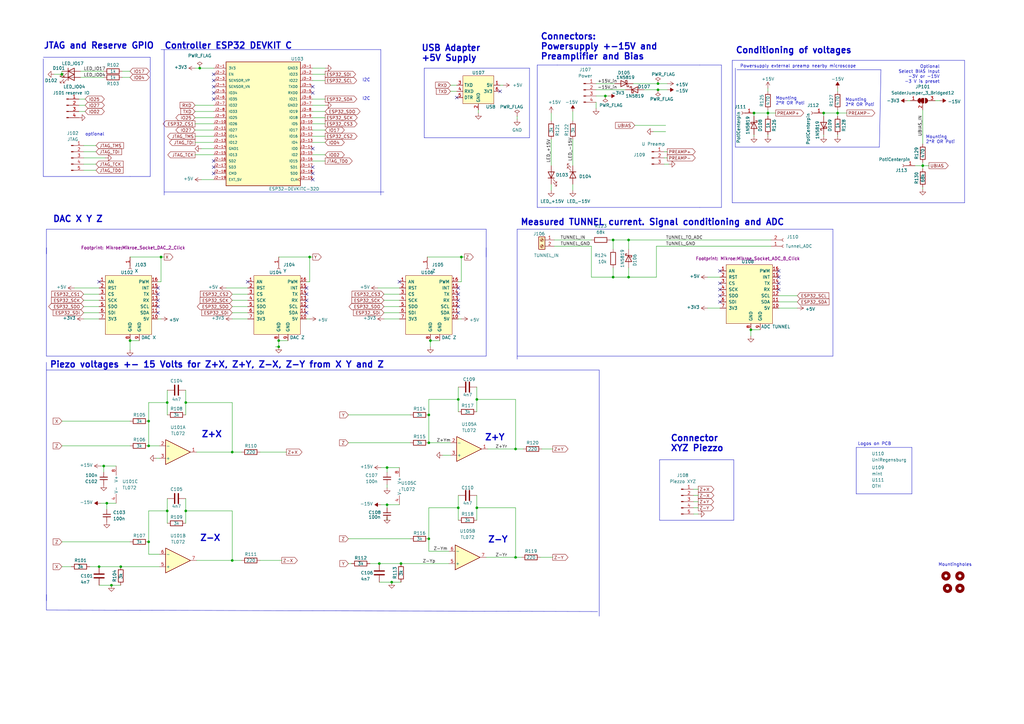
<source format=kicad_sch>
(kicad_sch (version 20230121) (generator eeschema)
  (paper "A3")
  (title_block (title "RTM Adapterboard") (date "2023-02-27") (rev "2.3") (company "Universität Regensburg") (comment 1 "Peter Dirnhofer"))
  (junction (at 175.895 181.61))
  (junction (at 378.46 67.945))
  (junction (at 195.58 163.83))
  (junction (at 187.96 163.83))
  (junction (at 187.96 208.28))
  (junction (at 176.53 139.7))
  (junction (at 248.285 39.37))
  (junction (at 49.53 232.41))
  (junction (at 43.815 206.375))
  (junction (at 158.75 191.77))
  (junction (at 66.04 105.41))
  (junction (at 95.25 185.42))
  (junction (at 40.64 232.41))
  (junction (at 337.82 46.355))
  (junction (at 251.46 98.425))
  (junction (at 195.58 208.28))
  (junction (at 42.545 191.135))
  (junction (at 25.4 30.48))
  (junction (at 211.455 228.6))
  (junction (at 257.81 98.425))
  (junction (at 314.96 46.355))
  (junction (at 309.245 46.355))
  (junction (at 164.465 231.14))
  (junction (at 257.81 113.665))
  (junction (at 60.96 182.88))
  (junction (at 76.2 165.1))
  (junction (at 189.23 105.41))
  (junction (at 81.915 27.94))
  (junction (at 307.975 135.255))
  (junction (at 343.535 46.355))
  (junction (at 76.2 209.55))
  (junction (at 114.3 142.24))
  (junction (at 251.46 113.665))
  (junction (at 95.25 229.87))
  (junction (at 114.3 139.7))
  (junction (at 211.455 184.15))
  (junction (at 68.58 165.1))
  (junction (at 127 105.41))
  (junction (at 60.96 222.25))
  (junction (at 158.75 207.01))
  (junction (at 53.34 139.7))
  (junction (at 269.875 34.29))
  (junction (at 269.875 36.83))
  (junction (at 175.895 170.18))
  (junction (at 45.72 240.03))
  (junction (at 68.58 209.55))
  (junction (at 60.96 172.72))
  (junction (at 175.895 220.98))
  (junction (at 160.655 238.76))
  (junction (at 155.575 231.14))
  (no_connect (at 87.63 33.02))
  (no_connect (at 40.64 115.57))
  (no_connect (at 128.27 73.66))
  (no_connect (at 128.27 35.56))
  (no_connect (at 125.73 118.11))
  (no_connect (at 128.27 60.96))
  (no_connect (at 295.275 111.125))
  (no_connect (at 187.96 118.11))
  (no_connect (at 187.325 40.005))
  (no_connect (at 319.405 113.665))
  (no_connect (at 87.63 71.12))
  (no_connect (at 319.405 118.745))
  (no_connect (at 125.73 123.19))
  (no_connect (at 87.63 40.64))
  (no_connect (at 295.275 123.825))
  (no_connect (at 319.405 111.125))
  (no_connect (at 64.77 125.73))
  (no_connect (at 187.96 125.73))
  (no_connect (at 64.77 123.19))
  (no_connect (at 87.63 68.58))
  (no_connect (at 64.77 120.65))
  (no_connect (at 128.27 38.1))
  (no_connect (at 87.63 35.56))
  (no_connect (at 319.405 116.205))
  (no_connect (at 187.96 120.65))
  (no_connect (at 205.105 37.465))
  (no_connect (at 295.275 116.205))
  (no_connect (at 295.275 121.285))
  (no_connect (at 87.63 30.48))
  (no_connect (at 295.275 118.745))
  (no_connect (at 128.27 71.12))
  (no_connect (at 125.73 128.27))
  (no_connect (at 187.96 123.19))
  (no_connect (at 187.96 128.27))
  (no_connect (at 163.83 115.57))
  (no_connect (at 101.6 115.57))
  (no_connect (at 125.73 125.73))
  (no_connect (at 64.77 128.27))
  (no_connect (at 64.77 118.11))
  (no_connect (at 125.73 120.65))
  (no_connect (at 87.63 38.1))
  (no_connect (at 87.63 66.04))
  (no_connect (at 128.27 68.58))
  (wire (pts (xy 40.64 130.81) (xy 34.29 130.81)))
  (wire (pts (xy 80.01 50.8) (xy 87.63 50.8)))
  (wire (pts (xy 187.96 163.83) (xy 187.96 168.91)))
  (wire (pts (xy 53.34 222.25) (xy 25.4 222.25)))
  (wire (pts (xy 314.96 46.355) (xy 309.245 46.355)))
  (polyline (pts (xy 217.17 27.94) (xy 217.17 56.515)))
  (wire (pts (xy 22.225 30.48) (xy 25.4 30.48)))
  (wire (pts (xy 95.25 185.42) (xy 99.06 185.42)))
  (wire (pts (xy 57.15 139.7) (xy 53.34 139.7)))
  (wire (pts (xy 163.83 120.65) (xy 157.48 120.65)))
  (wire (pts (xy 168.275 170.18) (xy 142.875 170.18)))
  (wire (pts (xy 175.895 226.06) (xy 184.15 226.06)))
  (wire (pts (xy 226.06 57.15) (xy 226.06 67.945)))
  (polyline (pts (xy 19.05 250.19) (xy 19.05 243.84)))
  (wire (pts (xy 269.24 100.965) (xy 316.23 100.965)))
  (wire (pts (xy 43.815 206.375) (xy 43.815 208.915)))
  (wire (pts (xy 40.64 123.19) (xy 34.29 123.19)))
  (wire (pts (xy 128.27 45.72) (xy 133.35 45.72)))
  (wire (pts (xy 337.82 46.355) (xy 343.535 46.355)))
  (polyline (pts (xy 173.99 27.94) (xy 173.99 56.515)))
  (wire (pts (xy 95.25 209.55) (xy 76.2 209.55)))
  (polyline (pts (xy 300.99 188.595) (xy 270.51 188.595)))
  (wire (pts (xy 234.95 57.15) (xy 234.95 67.945)))
  (wire (pts (xy 259.715 34.29) (xy 269.875 34.29)))
  (wire (pts (xy 114.3 139.7) (xy 114.3 142.24)))
  (wire (pts (xy 212.09 48.895) (xy 212.09 47.625)))
  (wire (pts (xy 284.48 203.2) (xy 286.385 203.2)))
  (wire (pts (xy 128.27 50.8) (xy 133.35 50.8)))
  (wire (pts (xy 168.275 220.98) (xy 142.875 220.98)))
  (wire (pts (xy 269.24 100.965) (xy 269.24 113.665)))
  (wire (pts (xy 40.64 232.41) (xy 36.83 232.41)))
  (polyline (pts (xy 351.155 202.565) (xy 374.015 202.565)))
  (wire (pts (xy 211.455 228.6) (xy 213.995 228.6)))
  (wire (pts (xy 187.325 37.465) (xy 184.785 37.465)))
  (wire (pts (xy 257.81 113.665) (xy 251.46 113.665)))
  (wire (pts (xy 76.2 160.02) (xy 76.2 165.1)))
  (wire (pts (xy 87.63 63.5) (xy 80.01 63.5)))
  (wire (pts (xy 250.19 98.425) (xy 251.46 98.425)))
  (wire (pts (xy 30.48 118.11) (xy 40.64 118.11)))
  (wire (pts (xy 128.27 30.48) (xy 133.35 30.48)))
  (wire (pts (xy 106.68 185.42) (xy 117.475 185.42)))
  (wire (pts (xy 101.6 120.65) (xy 95.25 120.65)))
  (wire (pts (xy 158.75 191.77) (xy 163.83 191.77)))
  (wire (pts (xy 319.405 126.365) (xy 327.025 126.365)))
  (polyline (pts (xy 228.6 26.67) (xy 220.345 26.67)))
  (wire (pts (xy 164.465 231.14) (xy 155.575 231.14)))
  (wire (pts (xy 244.475 39.37) (xy 248.285 39.37)))
  (wire (pts (xy 314.96 47.625) (xy 314.96 46.355)))
  (wire (pts (xy 242.57 100.965) (xy 242.57 113.665)))
  (polyline (pts (xy 270.51 188.595) (xy 270.51 213.36)))
  (wire (pts (xy 66.04 105.41) (xy 66.04 115.57)))
  (wire (pts (xy 154.94 118.11) (xy 163.83 118.11)))
  (wire (pts (xy 295.275 126.365) (xy 290.195 126.365)))
  (wire (pts (xy 68.58 204.47) (xy 68.58 209.55)))
  (polyline (pts (xy 156.21 20.32) (xy 156.21 80.01)))
  (wire (pts (xy 378.46 69.215) (xy 378.46 67.945)))
  (wire (pts (xy 200.025 184.15) (xy 211.455 184.15)))
  (wire (pts (xy 257.81 113.665) (xy 257.81 109.855)))
  (wire (pts (xy 195.58 158.75) (xy 195.58 163.83)))
  (polyline (pts (xy 360.68 60.325) (xy 301.625 60.325)))
  (wire (pts (xy 106.68 229.87) (xy 115.57 229.87)))
  (wire (pts (xy 60.96 227.33) (xy 65.405 227.33)))
  (wire (pts (xy 42.545 193.675) (xy 42.545 191.135)))
  (polyline (pts (xy 67.31 20.32) (xy 67.31 80.01)))
  (polyline (pts (xy 19.05 93.98) (xy 19.05 104.14)))
  (wire (pts (xy 187.325 34.925) (xy 184.785 34.925)))
  (wire (pts (xy 226.06 46.355) (xy 226.06 49.53)))
  (polyline (pts (xy 19.05 146.05) (xy 199.39 146.05)))
  (wire (pts (xy 211.455 184.15) (xy 214.63 184.15)))
  (polyline (pts (xy 395.605 24.765) (xy 395.605 83.185)))
  (wire (pts (xy 80.01 53.34) (xy 87.63 53.34)))
  (wire (pts (xy 127 105.41) (xy 127 115.57)))
  (wire (pts (xy 337.82 46.355) (xy 337.82 47.625)))
  (wire (pts (xy 251.46 102.235) (xy 251.46 98.425)))
  (wire (pts (xy 60.96 182.88) (xy 65.405 182.88)))
  (wire (pts (xy 128.27 63.5) (xy 133.35 63.5)))
  (wire (pts (xy 319.405 121.285) (xy 327.025 121.285)))
  (wire (pts (xy 273.685 64.77) (xy 272.415 64.77)))
  (wire (pts (xy 378.46 67.945) (xy 375.285 67.945)))
  (wire (pts (xy 92.71 118.11) (xy 101.6 118.11)))
  (wire (pts (xy 156.21 207.01) (xy 158.75 207.01)))
  (polyline (pts (xy 17.78 23.495) (xy 61.595 23.495)))
  (wire (pts (xy 164.465 231.14) (xy 184.15 231.14)))
  (polyline (pts (xy 19.05 93.98) (xy 199.39 93.98)))
  (wire (pts (xy 34.925 45.72) (xy 32.385 45.72)))
  (wire (pts (xy 269.875 34.29) (xy 273.685 34.29)))
  (wire (pts (xy 128.27 66.04) (xy 133.35 66.04)))
  (wire (pts (xy 195.58 163.83) (xy 211.455 163.83)))
  (wire (pts (xy 33.02 31.75) (xy 42.545 31.75)))
  (wire (pts (xy 82.55 60.96) (xy 87.63 60.96)))
  (wire (pts (xy 343.535 46.355) (xy 347.345 46.355)))
  (wire (pts (xy 195.58 208.28) (xy 195.58 213.36)))
  (wire (pts (xy 314.96 46.355) (xy 318.135 46.355)))
  (wire (pts (xy 40.64 120.65) (xy 34.29 120.65)))
  (wire (pts (xy 114.3 105.41) (xy 127 105.41)))
  (wire (pts (xy 196.215 45.085) (xy 196.215 46.355)))
  (wire (pts (xy 82.55 73.66) (xy 87.63 73.66)))
  (wire (pts (xy 227.33 98.425) (xy 242.57 98.425)))
  (wire (pts (xy 158.75 208.28) (xy 158.75 207.01)))
  (wire (pts (xy 29.21 232.41) (xy 25.4 232.41)))
  (wire (pts (xy 383.54 41.275) (xy 385.445 41.275)))
  (wire (pts (xy 175.895 220.98) (xy 175.895 226.06)))
  (polyline (pts (xy 66.04 20.32) (xy 156.21 20.32)))
  (polyline (pts (xy 199.39 93.98) (xy 199.39 105.41)))
  (polyline (pts (xy 61.595 23.495) (xy 61.595 72.39)))
  (wire (pts (xy 158.75 207.01) (xy 163.83 207.01)))
  (polyline (pts (xy 228.6 26.67) (xy 287.02 26.67)))
  (wire (pts (xy 80.01 45.72) (xy 87.63 45.72)))
  (wire (pts (xy 49.53 232.41) (xy 65.405 232.41)))
  (wire (pts (xy 378.46 67.945) (xy 381 67.945)))
  (wire (pts (xy 251.46 109.855) (xy 251.46 113.665)))
  (wire (pts (xy 175.895 163.83) (xy 175.895 170.18)))
  (wire (pts (xy 128.27 48.26) (xy 133.35 48.26)))
  (wire (pts (xy 43.815 206.375) (xy 47.625 206.375)))
  (wire (pts (xy 309.245 46.355) (xy 309.245 47.625)))
  (wire (pts (xy 221.615 228.6) (xy 226.695 228.6)))
  (wire (pts (xy 40.64 128.27) (xy 34.29 128.27)))
  (polyline (pts (xy 19.05 146.05) (xy 19.05 101.6)))
  (wire (pts (xy 128.27 55.88) (xy 133.35 55.88)))
  (wire (pts (xy 42.545 191.135) (xy 47.625 191.135)))
  (wire (pts (xy 68.58 209.55) (xy 60.96 209.55)))
  (wire (pts (xy 156.21 191.77) (xy 158.75 191.77)))
  (wire (pts (xy 273.685 62.23) (xy 272.415 62.23)))
  (wire (pts (xy 60.96 172.72) (xy 60.96 182.88)))
  (polyline (pts (xy 19.05 151.765) (xy 245.745 151.765)))
  (wire (pts (xy 284.48 210.82) (xy 286.385 210.82)))
  (wire (pts (xy 176.53 139.7) (xy 176.53 142.24)))
  (wire (pts (xy 125.73 130.81) (xy 127 130.81)))
  (wire (pts (xy 95.25 125.73) (xy 101.6 125.73)))
  (wire (pts (xy 25.4 172.72) (xy 53.34 172.72)))
  (polyline (pts (xy 17.78 24.13) (xy 17.78 72.39)))
  (polyline (pts (xy 217.17 56.515) (xy 173.99 56.515)))
  (wire (pts (xy 76.2 165.1) (xy 95.25 165.1)))
  (wire (pts (xy 60.96 209.55) (xy 60.96 222.25)))
  (wire (pts (xy 257.81 98.425) (xy 316.23 98.425)))
  (wire (pts (xy 34.29 59.69) (xy 39.37 59.69)))
  (wire (pts (xy 337.82 55.245) (xy 337.82 55.88)))
  (polyline (pts (xy 300.355 24.765) (xy 395.605 24.765)))
  (wire (pts (xy 49.53 232.41) (xy 40.64 232.41)))
  (wire (pts (xy 101.6 128.27) (xy 95.25 128.27)))
  (wire (pts (xy 189.23 105.41) (xy 189.23 115.57)))
  (wire (pts (xy 80.645 229.87) (xy 95.25 229.87)))
  (wire (pts (xy 264.16 36.83) (xy 269.875 36.83)))
  (polyline (pts (xy 361.315 28.575) (xy 360.68 60.325)))
  (wire (pts (xy 234.95 45.72) (xy 234.95 49.53)))
  (wire (pts (xy 60.96 165.1) (xy 60.96 172.72)))
  (wire (pts (xy 257.81 113.665) (xy 269.24 113.665)))
  (wire (pts (xy 158.75 198.755) (xy 158.75 200.025)))
  (polyline (pts (xy 245.745 151.765) (xy 245.745 252.73)))
  (wire (pts (xy 187.96 163.83) (xy 175.895 163.83)))
  (wire (pts (xy 53.34 105.41) (xy 66.04 105.41)))
  (wire (pts (xy 113.03 142.24) (xy 114.3 142.24)))
  (wire (pts (xy 128.27 40.64) (xy 133.35 40.64)))
  (wire (pts (xy 34.29 67.31) (xy 39.37 67.31)))
  (wire (pts (xy 187.96 203.2) (xy 187.96 208.28)))
  (wire (pts (xy 87.63 58.42) (xy 80.01 58.42)))
  (wire (pts (xy 175.895 181.61) (xy 184.785 181.61)))
  (wire (pts (xy 101.6 130.81) (xy 95.25 130.81)))
  (wire (pts (xy 181.61 186.69) (xy 184.785 186.69)))
  (wire (pts (xy 195.58 163.83) (xy 195.58 168.91)))
  (polyline (pts (xy 173.99 27.94) (xy 217.17 27.94)))
  (wire (pts (xy 127 105.41) (xy 128.27 105.41)))
  (polyline (pts (xy 341.63 93.98) (xy 341.63 146.05)))
  (wire (pts (xy 267.97 53.975) (xy 273.05 53.975)))
  (polyline (pts (xy 351.155 202.565) (xy 351.155 183.515)))
  (wire (pts (xy 319.405 123.825) (xy 327.025 123.825)))
  (wire (pts (xy 53.34 182.88) (xy 25.4 182.88)))
  (polyline (pts (xy 19.05 148.59) (xy 19.05 246.38)))
  (wire (pts (xy 45.72 240.03) (xy 49.53 240.03)))
  (wire (pts (xy 284.48 200.66) (xy 286.385 200.66)))
  (polyline (pts (xy 245.11 250.825) (xy 19.05 250.19)))
  (wire (pts (xy 95.25 165.1) (xy 95.25 185.42)))
  (polyline (pts (xy 302.26 28.575) (xy 361.315 28.575)))
  (wire (pts (xy 260.35 51.435) (xy 273.05 51.435)))
  (wire (pts (xy 244.475 34.29) (xy 252.095 34.29)))
  (wire (pts (xy 68.58 165.1) (xy 60.96 165.1)))
  (polyline (pts (xy 212.09 93.98) (xy 212.09 147.32)))
  (polyline (pts (xy 395.605 83.185) (xy 300.355 83.185)))
  (wire (pts (xy 175.26 105.41) (xy 189.23 105.41)))
  (wire (pts (xy 180.34 139.7) (xy 176.53 139.7)))
  (wire (pts (xy 34.925 40.64) (xy 32.385 40.64)))
  (wire (pts (xy 127 115.57) (xy 125.73 115.57)))
  (polyline (pts (xy 67.31 78.74) (xy 157.48 78.74)))
  (wire (pts (xy 187.96 208.28) (xy 187.96 213.36)))
  (wire (pts (xy 50.165 29.21) (xy 53.34 29.21)))
  (wire (pts (xy 251.46 98.425) (xy 257.81 98.425)))
  (wire (pts (xy 175.895 170.18) (xy 175.895 181.61)))
  (wire (pts (xy 314.96 45.085) (xy 314.96 46.355)))
  (wire (pts (xy 284.48 205.74) (xy 286.385 205.74)))
  (polyline (pts (xy 220.345 85.09) (xy 220.345 26.67)))
  (wire (pts (xy 42.545 191.135) (xy 41.275 191.135)))
  (wire (pts (xy 50.165 31.75) (xy 53.34 31.75)))
  (wire (pts (xy 248.285 39.37) (xy 249.555 39.37)))
  (wire (pts (xy 226.06 75.565) (xy 226.06 78.105)))
  (wire (pts (xy 378.46 45.085) (xy 378.46 59.055)))
  (wire (pts (xy 65.405 187.96) (xy 64.135 187.96)))
  (wire (pts (xy 128.27 53.34) (xy 133.35 53.34)))
  (wire (pts (xy 128.27 33.02) (xy 133.35 33.02)))
  (wire (pts (xy 76.2 209.55) (xy 76.2 214.63)))
  (wire (pts (xy 343.535 36.195) (xy 343.535 37.465)))
  (wire (pts (xy 53.34 139.7) (xy 53.34 143.51)))
  (wire (pts (xy 114.3 139.7) (xy 118.11 139.7)))
  (polyline (pts (xy 212.09 93.98) (xy 341.63 93.98)))
  (wire (pts (xy 34.925 43.18) (xy 32.385 43.18)))
  (wire (pts (xy 343.535 46.355) (xy 343.535 47.625)))
  (wire (pts (xy 80.01 27.94) (xy 81.915 27.94)))
  (wire (pts (xy 222.25 184.15) (xy 226.695 184.15)))
  (polyline (pts (xy 17.78 72.39) (xy 53.34 72.39)))
  (wire (pts (xy 34.29 62.23) (xy 39.37 62.23)))
  (wire (pts (xy 187.96 208.28) (xy 175.895 208.28)))
  (polyline (pts (xy 300.99 188.595) (xy 300.99 213.36)))
  (wire (pts (xy 199.39 228.6) (xy 211.455 228.6)))
  (wire (pts (xy 290.195 113.665) (xy 295.275 113.665)))
  (wire (pts (xy 60.96 222.25) (xy 60.96 227.33)))
  (wire (pts (xy 244.475 36.83) (xy 256.54 36.83)))
  (wire (pts (xy 189.23 105.41) (xy 190.5 105.41)))
  (wire (pts (xy 211.455 208.28) (xy 211.455 228.6)))
  (polyline (pts (xy 199.39 101.6) (xy 199.39 146.05)))
  (wire (pts (xy 160.655 238.76) (xy 164.465 238.76)))
  (wire (pts (xy 40.64 125.73) (xy 34.29 125.73)))
  (wire (pts (xy 234.95 75.565) (xy 234.95 78.105)))
  (polyline (pts (xy 212.09 146.05) (xy 341.63 146.05)))
  (wire (pts (xy 25.4 30.48) (xy 25.4 31.75)))
  (wire (pts (xy 168.275 181.61) (xy 142.875 181.61)))
  (wire (pts (xy 40.64 240.03) (xy 45.72 240.03)))
  (wire (pts (xy 34.29 64.77) (xy 43.18 64.77)))
  (polyline (pts (xy 287.02 26.67) (xy 295.91 26.67)))
  (wire (pts (xy 81.915 27.94) (xy 87.63 27.94)))
  (wire (pts (xy 211.455 163.83) (xy 211.455 184.15)))
  (wire (pts (xy 227.33 100.965) (xy 242.57 100.965)))
  (wire (pts (xy 309.245 55.245) (xy 309.245 55.88)))
  (wire (pts (xy 128.27 27.94) (xy 133.35 27.94)))
  (wire (pts (xy 155.575 238.76) (xy 160.655 238.76)))
  (wire (pts (xy 163.83 130.81) (xy 157.48 130.81)))
  (wire (pts (xy 34.29 69.85) (xy 39.37 69.85)))
  (wire (pts (xy 378.46 76.835) (xy 378.46 77.47)))
  (wire (pts (xy 95.25 229.87) (xy 99.06 229.87)))
  (wire (pts (xy 378.46 66.675) (xy 378.46 67.945)))
  (wire (pts (xy 343.535 45.085) (xy 343.535 46.355)))
  (wire (pts (xy 163.83 128.27) (xy 157.48 128.27)))
  (wire (pts (xy 187.96 115.57) (xy 189.23 115.57)))
  (wire (pts (xy 68.58 160.02) (xy 68.58 165.1)))
  (wire (pts (xy 87.63 55.88) (xy 80.01 55.88)))
  (wire (pts (xy 284.48 208.28) (xy 286.385 208.28)))
  (polyline (pts (xy 53.34 72.39) (xy 61.595 72.39)))
  (polyline (pts (xy 300.99 213.36) (xy 270.51 213.36)))
  (wire (pts (xy 242.57 113.665) (xy 251.46 113.665)))
  (polyline (pts (xy 351.155 183.515) (xy 374.015 183.515)))
  (wire (pts (xy 187.96 130.81) (xy 189.23 130.81)))
  (wire (pts (xy 158.75 193.675) (xy 158.75 191.77)))
  (wire (pts (xy 274.32 67.31) (xy 272.415 67.31)))
  (polyline (pts (xy 301.625 27.94) (xy 301.625 60.325)))
  (wire (pts (xy 76.2 165.1) (xy 76.2 170.18)))
  (wire (pts (xy 307.975 135.255) (xy 307.975 137.795)))
  (wire (pts (xy 314.96 36.195) (xy 314.96 37.465)))
  (polyline (pts (xy 228.6 85.09) (xy 287.02 85.09)))
  (wire (pts (xy 68.58 209.55) (xy 68.58 214.63)))
  (wire (pts (xy 307.975 135.255) (xy 311.785 135.255)))
  (polyline (pts (xy 287.02 85.09) (xy 295.91 85.09)))
  (wire (pts (xy 314.96 55.88) (xy 314.96 55.245)))
  (wire (pts (xy 64.77 130.81) (xy 66.04 130.81)))
  (wire (pts (xy 372.11 41.275) (xy 373.38 41.275)))
  (wire (pts (xy 205.105 34.925) (xy 206.375 34.925)))
  (polyline (pts (xy 374.015 183.515) (xy 374.015 202.565)))
  (wire (pts (xy 163.83 123.19) (xy 157.48 123.19)))
  (wire (pts (xy 142.875 231.14) (xy 144.145 231.14)))
  (wire (pts (xy 41.275 206.375) (xy 43.815 206.375)))
  (wire (pts (xy 269.875 36.83) (xy 273.685 36.83)))
  (wire (pts (xy 76.2 204.47) (xy 76.2 209.55)))
  (polyline (pts (xy 228.6 85.09) (xy 220.345 85.09)))
  (wire (pts (xy 101.6 123.19) (xy 95.25 123.19)))
  (wire (pts (xy 187.96 158.75) (xy 187.96 163.83)))
  (polyline (pts (xy 300.355 83.185) (xy 300.355 24.765)))
  (wire (pts (xy 33.02 29.21) (xy 42.545 29.21)))
  (wire (pts (xy 68.58 165.1) (xy 68.58 170.18)))
  (wire (pts (xy 155.575 231.14) (xy 151.765 231.14)))
  (wire (pts (xy 80.645 185.42) (xy 95.25 185.42)))
  (wire (pts (xy 257.81 98.425) (xy 257.81 102.235)))
  (wire (pts (xy 128.27 58.42) (xy 133.35 58.42)))
  (wire (pts (xy 128.27 43.18) (xy 133.35 43.18)))
  (wire (pts (xy 163.83 125.73) (xy 157.48 125.73)))
  (wire (pts (xy 80.01 48.26) (xy 87.63 48.26)))
  (wire (pts (xy 175.895 208.28) (xy 175.895 220.98)))
  (wire (pts (xy 343.535 55.245) (xy 343.535 55.88)))
  (wire (pts (xy 80.01 43.18) (xy 87.63 43.18)))
  (wire (pts (xy 66.04 105.41) (xy 67.31 105.41)))
  (wire (pts (xy 158.75 213.36) (xy 158.75 212.09)))
  (wire (pts (xy 195.58 208.28) (xy 211.455 208.28)))
  (wire (pts (xy 244.475 44.45) (xy 244.475 41.91)))
  (polyline (pts (xy 295.91 26.67) (xy 295.91 85.09)))
  (wire (pts (xy 195.58 203.2) (xy 195.58 208.28)))
  (wire (pts (xy 25.4 29.21) (xy 25.4 30.48)))
  (wire (pts (xy 66.04 115.57) (xy 64.77 115.57)))
  (wire (pts (xy 95.25 209.55) (xy 95.25 229.87)))
  (text "Measured TUNNEL current. Signal conditioning and ADC " (at 213.36 92.71 0) (effects (font (size 2.54 2.54) (thickness 0.508) bold) (justify left bottom)))
  (text "Connector\nXYZ Piezzo" (at 274.955 185.42 0) (effects (font (size 2.54 2.54) (thickness 0.508) bold) (justify left bottom)))
  (text "JTAG and Reserve GPIO" (at 17.78 20.32 0) (effects (font (size 2.54 2.54) (thickness 0.508) bold) (justify left bottom)))
  (text "Mounting\n2*R OR Poti" (at 318.135 43.18 0) (effects (font (size 1.27 1.27)) (justify left bottom)))
  (text "I2C" (at 148.59 33.655 0) (effects (font (size 1.27 1.27)) (justify left bottom)))
  (text "Mounting\n2*R OR Poti" (at 346.71 43.815 0) (effects (font (size 1.27 1.27)) (justify left bottom)))
  (text "Z-Y" (at 200.025 222.885 0) (effects (font (size 2.54 2.54) (thickness 0.508) bold) (justify left bottom)))
  (text "USB Adapter \n+5V Supply" (at 172.72 25.4 0) (effects (font (size 2.54 2.54) (thickness 0.508) bold) (justify left bottom)))
  (text "optional" (at 34.925 55.88 0) (effects (font (size 1.27 1.27)) (justify left bottom)))
  (text "Connectors: \nPowersupply +-15V and \nPreamplifier and Bias" (at 221.615 24.765 0) (effects (font (size 2.54 2.54) (thickness 0.508) bold) (justify left bottom)))
  (text "Controller ESP32 DEVKIT C" (at 67.31 20.32 0) (effects (font (size 2.54 2.54) (thickness 0.508) bold) (justify left bottom)))
  (text "Mountingholes" (at 384.81 232.41 0) (effects (font (size 1.27 1.27)) (justify left bottom)))
  (text "Piezo voltages +- 15 Volts for Z+X, Z+Y, Z-X, Z-Y from X Y and Z" (at 20.32 151.13 0) (effects (font (size 2.54 2.54) (thickness 0.508) bold) (justify left bottom)))
  (text "Logos on PCB" (at 351.79 182.88 0) (effects (font (size 1.27 1.27)) (justify left bottom)))
  (text "DAC X Y Z" (at 21.59 91.44 0) (effects (font (size 2.54 2.54) (thickness 0.508) bold) (justify left bottom)))
  (text "I2C" (at 148.59 41.275 0) (effects (font (size 1.27 1.27)) (justify left bottom)))
  (text "Optional\nSelect BIAS Input\n-3V or -15V\n-3 V is preset" (at 385.445 34.29 0) (effects (font (size 1.27 1.27)) (justify right bottom)))
  (text "Z-X" (at 81.915 222.25 0) (effects (font (size 2.54 2.54) (thickness 0.508) bold) (justify left bottom)))
  (text "Powersupply external preamp nearby microscope" (at 303.53 27.94 0) (effects (font (size 1.27 1.27)) (justify left bottom)))
  (text "Mounting\n2*R OR Poti" (at 379.73 59.055 0) (effects (font (size 1.27 1.27)) (justify left bottom)))
  (text "Z+X" (at 82.55 179.705 0) (effects (font (size 2.54 2.54) (thickness 0.508) bold) (justify left bottom)))
  (text "Conditioning of voltages" (at 301.625 22.225 0) (effects (font (size 2.54 2.54) (thickness 0.508) bold) (justify left bottom)))
  (text "Z+Y\n" (at 198.755 180.975 0) (effects (font (size 2.54 2.54) (thickness 0.508) bold) (justify left bottom)))
  (label "LED_-15V" (at 234.95 66.04 90))
  (label "TUNNEL_GND" (at 273.05 100.965 0))
  (label "TUNNEL_GND" (at 229.87 100.965 0))
  (label "Z-Ym" (at 177.8 226.06 0))
  (label "Z+Yr" (at 203.2 184.15 0))
  (label "+15V_in" (at 245.11 34.29 0))
  (label "Z+Ym" (at 179.07 181.61 0))
  (label "LED_IO17" (at 34.29 29.21 0))
  (label "Z-Yr" (at 203.2 228.6 0))
  (label "LED_+15V" (at 226.06 66.675 90))
  (label "TUNNEL_IN" (at 229.87 98.425 0))
  (label "TUNNEL_TO_ADC" (at 273.05 98.425 0))
  (label "Z-Yp" (at 173.355 231.14 0))
  (label "LED_IO04" (at 34.29 31.75 0))
  (label "UBIAS_IN" (at 378.46 55.88 90))
  (label "-15V_in" (at 245.11 36.83 0))
  (global_label "Y" (shape input) (at 142.875 170.18 180) (property "Intersheetrefs" "${INTERSHEET_REFS}" (effects hide)))
  (global_label "IO02" (shape bidirectional) (at 34.925 45.72 0) (property "Intersheetrefs" "${INTERSHEET_REFS}" (effects hide)))
  (global_label "ESP32_SDI" (shape input) (at 95.25 128.27 180) (property "Intersheetrefs" "${INTERSHEET_REFS}" (effects hide)))
  (global_label "ESP32_SDO" (shape tri_state) (at 95.25 125.73 180) (property "Intersheetrefs" "${INTERSHEET_REFS}" (effects hide)))
  (global_label "JTAG_TMS" (shape input) (at 39.37 59.69 0) (property "Intersheetrefs" "${INTERSHEET_REFS}" (effects hide)))
  (global_label "Y" (shape input) (at 142.875 231.14 180) (property "Intersheetrefs" "${INTERSHEET_REFS}" (effects hide)))
  (global_label "JTAG_TDI" (shape output) (at 80.01 58.42 180) (property "Intersheetrefs" "${INTERSHEET_REFS}" (effects hide)))
  (global_label "Z" (shape output) (at 190.5 105.41 0) (property "Intersheetrefs" "${INTERSHEET_REFS}" (effects hide)))
  (global_label "ESP32_SCK" (shape output) (at 133.35 48.26 0) (property "Intersheetrefs" "${INTERSHEET_REFS}" (effects hide)))
  (global_label "Z-Y" (shape output) (at 286.385 208.28 0) (property "Intersheetrefs" "${INTERSHEET_REFS}" (effects hide)))
  (global_label "JTAG_TCK" (shape input) (at 39.37 67.31 0) (property "Intersheetrefs" "${INTERSHEET_REFS}" (effects hide)))
  (global_label "JTAG_TD0" (shape output) (at 133.35 66.04 0) (property "Intersheetrefs" "${INTERSHEET_REFS}" (effects hide)))
  (global_label "ESP32_SCK" (shape input) (at 34.29 123.19 180) (property "Intersheetrefs" "${INTERSHEET_REFS}" (effects hide)))
  (global_label "UBIAS" (shape input) (at 260.35 51.435 180) (property "Intersheetrefs" "${INTERSHEET_REFS}" (effects hide)))
  (global_label "ESP32_SCL" (shape input) (at 327.025 121.285 0) (property "Intersheetrefs" "${INTERSHEET_REFS}" (effects hide)))
  (global_label "ESP32_CS2" (shape output) (at 133.35 55.88 0) (property "Intersheetrefs" "${INTERSHEET_REFS}" (effects hide)))
  (global_label "X" (shape output) (at 67.31 105.41 0) (property "Intersheetrefs" "${INTERSHEET_REFS}" (effects hide)))
  (global_label "ESP32_SDI" (shape input) (at 157.48 128.27 180) (property "Intersheetrefs" "${INTERSHEET_REFS}" (effects hide)))
  (global_label "RXD" (shape input) (at 80.01 43.18 180) (property "Intersheetrefs" "${INTERSHEET_REFS}" (effects hide)))
  (global_label "ESP32_SDO" (shape tri_state) (at 34.29 125.73 180) (property "Intersheetrefs" "${INTERSHEET_REFS}" (effects hide)))
  (global_label "TXD" (shape input) (at 80.01 45.72 180) (property "Intersheetrefs" "${INTERSHEET_REFS}" (effects hide)))
  (global_label "Z" (shape input) (at 25.4 222.25 180) (property "Intersheetrefs" "${INTERSHEET_REFS}" (effects hide)))
  (global_label "ESP32_SDO" (shape tri_state) (at 157.48 125.73 180) (property "Intersheetrefs" "${INTERSHEET_REFS}" (effects hide)))
  (global_label "Z+Y" (shape output) (at 226.695 184.15 0) (property "Intersheetrefs" "${INTERSHEET_REFS}" (effects hide)))
  (global_label "Z" (shape input) (at 142.875 220.98 180) (property "Intersheetrefs" "${INTERSHEET_REFS}" (effects hide)))
  (global_label "UBIAS" (shape output) (at 381 67.945 0) (property "Intersheetrefs" "${INTERSHEET_REFS}" (effects hide)))
  (global_label "ESP32_CS1" (shape output) (at 80.01 50.8 180) (property "Intersheetrefs" "${INTERSHEET_REFS}" (effects hide)))
  (global_label "ESP32_CS3" (shape output) (at 133.35 50.8 0) (property "Intersheetrefs" "${INTERSHEET_REFS}" (effects hide)))
  (global_label "Z" (shape input) (at 142.875 181.61 180) (property "Intersheetrefs" "${INTERSHEET_REFS}" (effects hide)))
  (global_label "ESP32_SCK" (shape input) (at 95.25 123.19 180) (property "Intersheetrefs" "${INTERSHEET_REFS}" (effects hide)))
  (global_label "PREAMP+" (shape output) (at 273.685 62.23 0) (property "Intersheetrefs" "${INTERSHEET_REFS}" (effects hide)))
  (global_label "PREAMP+" (shape output) (at 318.135 46.355 0) (property "Intersheetrefs" "${INTERSHEET_REFS}" (effects hide)))
  (global_label "ESP32_CS2" (shape input) (at 95.25 120.65 180) (property "Intersheetrefs" "${INTERSHEET_REFS}" (effects hide)))
  (global_label "IO25" (shape bidirectional) (at 34.925 40.64 0) (property "Intersheetrefs" "${INTERSHEET_REFS}" (effects hide)))
  (global_label "Z" (shape input) (at 25.4 182.88 180) (property "Intersheetrefs" "${INTERSHEET_REFS}" (effects hide)))
  (global_label "ESP32_SDI" (shape input) (at 34.29 128.27 180) (property "Intersheetrefs" "${INTERSHEET_REFS}" (effects hide)))
  (global_label "Z-X" (shape output) (at 286.385 203.2 0) (property "Intersheetrefs" "${INTERSHEET_REFS}" (effects hide)))
  (global_label "Z+X" (shape output) (at 117.475 185.42 0) (property "Intersheetrefs" "${INTERSHEET_REFS}" (effects hide)))
  (global_label "IO27" (shape bidirectional) (at 80.01 53.34 180) (property "Intersheetrefs" "${INTERSHEET_REFS}" (effects hide)))
  (global_label "JTAG_TDI" (shape input) (at 39.37 62.23 0) (property "Intersheetrefs" "${INTERSHEET_REFS}" (effects hide)))
  (global_label "Z+Y" (shape output) (at 286.385 205.74 0) (property "Intersheetrefs" "${INTERSHEET_REFS}" (effects hide)))
  (global_label "X" (shape input) (at 25.4 172.72 180) (property "Intersheetrefs" "${INTERSHEET_REFS}" (effects hide)))
  (global_label "JTAG_TMS" (shape output) (at 80.01 55.88 180) (property "Intersheetrefs" "${INTERSHEET_REFS}" (effects hide)))
  (global_label "ESP32_SDO" (shape tri_state) (at 133.35 45.72 0) (property "Intersheetrefs" "${INTERSHEET_REFS}" (effects hide)))
  (global_label "ESP32_SCK" (shape input) (at 157.48 123.19 180) (property "Intersheetrefs" "${INTERSHEET_REFS}" (effects hide)))
  (global_label "RXD" (shape input) (at 184.785 34.925 180) (property "Intersheetrefs" "${INTERSHEET_REFS}" (effects hide)))
  (global_label "PREAMP-" (shape output) (at 347.345 46.355 0) (property "Intersheetrefs" "${INTERSHEET_REFS}" (effects hide)))
  (global_label "IO04" (shape bidirectional) (at 53.34 31.75 0) (property "Intersheetrefs" "${INTERSHEET_REFS}" (effects hide)))
  (global_label "IO25" (shape bidirectional) (at 80.01 48.26 180) (property "Intersheetrefs" "${INTERSHEET_REFS}" (effects hide)))
  (global_label "IO17" (shape bidirectional) (at 53.34 29.21 0) (property "Intersheetrefs" "${INTERSHEET_REFS}" (effects hide)))
  (global_label "ESP32_SDI" (shape output) (at 133.35 30.48 0) (property "Intersheetrefs" "${INTERSHEET_REFS}" (effects hide)))
  (global_label "JTAG_TD0" (shape input) (at 39.37 69.85 0) (property "Intersheetrefs" "${INTERSHEET_REFS}" (effects hide)))
  (global_label "ESP32_CS3" (shape input) (at 157.48 120.65 180) (property "Intersheetrefs" "${INTERSHEET_REFS}" (effects hide)))
  (global_label "ESP32_SCL" (shape output) (at 133.35 33.02 0) (property "Intersheetrefs" "${INTERSHEET_REFS}" (effects hide)))
  (global_label "TXD" (shape input) (at 184.785 37.465 180) (property "Intersheetrefs" "${INTERSHEET_REFS}" (effects hide)))
  (global_label "Y" (shape output) (at 128.27 105.41 0) (property "Intersheetrefs" "${INTERSHEET_REFS}" (effects hide)))
  (global_label "IO27" (shape bidirectional) (at 34.925 43.18 0) (property "Intersheetrefs" "${INTERSHEET_REFS}" (effects hide)))
  (global_label "IO02" (shape bidirectional) (at 133.35 63.5 0) (property "Intersheetrefs" "${INTERSHEET_REFS}" (effects hide)))
  (global_label "ESP32_CS1" (shape input) (at 34.29 120.65 180) (property "Intersheetrefs" "${INTERSHEET_REFS}" (effects hide)))
  (global_label "PREAMP-" (shape output) (at 273.685 64.77 0) (property "Intersheetrefs" "${INTERSHEET_REFS}" (effects hide)))
  (global_label "IO04" (shape bidirectional) (at 133.35 58.42 0) (property "Intersheetrefs" "${INTERSHEET_REFS}" (effects hide)))
  (global_label "JTAG_TCK" (shape output) (at 80.01 63.5 180) (property "Intersheetrefs" "${INTERSHEET_REFS}" (effects hide)))
  (global_label "Z+X" (shape output) (at 286.385 200.66 0) (property "Intersheetrefs" "${INTERSHEET_REFS}" (effects hide)))
  (global_label "Z-X" (shape output) (at 115.57 229.87 0) (property "Intersheetrefs" "${INTERSHEET_REFS}" (effects hide)))
  (global_label "Z-Y" (shape output) (at 226.695 228.6 0) (property "Intersheetrefs" "${INTERSHEET_REFS}" (effects hide)))
  (global_label "ESP32_SDA" (shape output) (at 133.35 40.64 0) (property "Intersheetrefs" "${INTERSHEET_REFS}" (effects hide)))
  (global_label "X" (shape input) (at 25.4 232.41 180) (property "Intersheetrefs" "${INTERSHEET_REFS}" (effects hide)))
  (global_label "IO17" (shape bidirectional) (at 133.35 53.34 0) (property "Intersheetrefs" "${INTERSHEET_REFS}" (effects hide)))
  (global_label "ESP32_SDA" (shape input) (at 327.025 123.825 0) (property "Intersheetrefs" "${INTERSHEET_REFS}" (effects hide)))
  (symbol (lib_id "mikroe:Mikroe-Socket") (at 53.34 118.11 0) (unit 1)
    (property "Reference" "U102" (at 52.07 111.76 0))
    (property "Value" "DAC X" (at 60.96 138.43 0))
    (property "Footprint" "Mikroe:Mikroe_Socket_DAC_2_Click" (at 54.61 101.6 0) (show_name))
  )
  (symbol (lib_id "power:GND") (at 53.34 143.51 0) (unit 1)
    (property "Reference" "#PWR0111" (effects hide))
    (property "Value" "GND" (effects hide))
  )
  (symbol (lib_id "power:+5V") (at 66.04 130.81 270) (unit 1)
    (property "Reference" "#PWR0113" (effects hide))
    (property "Value" "+5V" (at 69.2912 131.191 90) (effects (justify left)))
  )
  (symbol (lib_id "power:+3V3") (at 34.29 130.81 90) (unit 1)
    (property "Reference" "#PWR0104" (effects hide))
    (property "Value" "+3V3" (at 31.0388 130.429 90) (effects (justify left)))
  )
  (symbol (lib_id "power:GND") (at 114.3 142.24 0) (unit 1)
    (property "Reference" "#PWR0119" (effects hide))
    (property "Value" "GND" (effects hide))
  )
  (symbol (lib_id "power:+5V") (at 127 130.81 270) (unit 1)
    (property "Reference" "#PWR0120" (effects hide))
    (property "Value" "+5V" (at 130.2512 131.191 90) (effects (justify left)))
  )
  (symbol (lib_id "power:+3V3") (at 95.25 130.81 90) (unit 1)
    (property "Reference" "#PWR0118" (effects hide))
    (property "Value" "+3V3" (at 91.9988 130.429 90) (effects (justify left)))
  )
  (symbol (lib_id "mikroe:Mikroe-Socket") (at 176.53 118.11 0) (unit 1)
    (property "Reference" "U106" (at 175.26 111.76 0))
    (property "Value" "DAC Z" (at 184.15 138.43 0))
    (property "Footprint" "Mikroe:Mikroe_Socket_DAC_2_Click" (effects hide))
  )
  (symbol (lib_id "power:GND") (at 176.53 142.24 0) (unit 1)
    (property "Reference" "#PWR0130" (effects hide))
    (property "Value" "GND" (effects hide))
  )
  (symbol (lib_id "power:+5V") (at 189.23 130.81 270) (unit 1)
    (property "Reference" "#PWR0132" (effects hide))
    (property "Value" "+5V" (at 192.4812 131.191 90) (effects (justify left)))
  )
  (symbol (lib_id "power:+3V3") (at 157.48 130.81 90) (unit 1)
    (property "Reference" "#PWR0126" (effects hide))
    (property "Value" "+3V3" (at 154.2288 130.429 90) (effects (justify left)))
  )
  (symbol (lib_id "mikroe:Mikroe-Socket") (at 307.975 113.665 0) (unit 1)
    (property "Reference" "U108" (at 306.705 107.315 0))
    (property "Value" "ADC TUNNEL" (at 318.135 133.985 0))
    (property "Footprint" "Mikroe:Mikroe_Socket_ADC_8_Click" (at 306.705 106.045 0) (show_name))
  )
  (symbol (lib_id "power:GND") (at 307.975 137.795 0) (unit 1)
    (property "Reference" "#PWR0149" (effects hide))
    (property "Value" "GND" (effects hide))
  )
  (symbol (lib_id "power:+5V") (at 327.025 126.365 270) (unit 1)
    (property "Reference" "#PWR0153" (effects hide))
    (property "Value" "+5V" (at 330.2762 126.746 90) (effects (justify left)))
  )
  (symbol (lib_id "power:+3V3") (at 290.195 126.365 90) (unit 1)
    (property "Reference" "#PWR0148" (effects hide))
    (property "Value" "+3V3" (at 286.9438 125.984 90) (effects (justify left)))
  )
  (symbol (lib_id "power:+3V3") (at 80.01 27.94 90) (unit 1)
    (property "Reference" "#PWR0114" (effects hide))
    (property "Value" "+3V3" (at 76.7588 27.559 90) (effects (justify left)))
  )
  (symbol (lib_id "power:+15V") (at 41.275 191.135 90) (unit 1)
    (property "Reference" "#PWR0105" (effects hide))
    (property "Value" "+15V" (at 38.0238 190.754 90) (effects (justify left)))
  )
  (symbol (lib_id "power:-15V") (at 41.275 206.375 90) (unit 1)
    (property "Reference" "#PWR0106" (effects hide))
    (property "Value" "-15V" (at 38.0238 205.994 90) (effects (justify left)))
  )
  (symbol (lib_id "Device:R") (at 102.87 185.42 270) (unit 1)
    (property "Reference" "R110" (at 102.87 182.88 90))
    (property "Value" "220" (at 102.87 185.42 90))
    (property "Footprint" "Resistor_THT:R_Axial_DIN0207_L6.3mm_D2.5mm_P10.16mm_Horizontal" (effects hide))
  )
  (symbol (lib_id "Device:R") (at 72.39 170.18 270) (unit 1)
    (property "Reference" "R108" (at 72.39 167.64 90))
    (property "Value" "3k" (at 72.39 170.18 90))
    (property "Footprint" "Resistor_THT:R_Axial_DIN0207_L6.3mm_D2.5mm_P10.16mm_Horizontal" (effects hide))
  )
  (symbol (lib_id "Device:C") (at 72.39 160.02 270) (unit 1)
    (property "Reference" "C104" (at 72.39 156.21 90))
    (property "Value" "4n7" (at 72.39 163.83 90))
    (property "Footprint" "Capacitor_THT:C_Disc_D5.0mm_W2.5mm_P2.50mm" (effects hide))
  )
  (symbol (lib_id "power:GND") (at 42.545 198.755 0) (unit 1)
    (property "Reference" "#PWR0107" (effects hide))
    (property "Value" "GND" (effects hide))
  )
  (symbol (lib_id "power:GND") (at 43.815 213.995 0) (unit 1)
    (property "Reference" "#PWR0109" (effects hide))
    (property "Value" "GND" (effects hide))
  )
  (symbol (lib_id "Device:R") (at 57.15 182.88 270) (unit 1)
    (property "Reference" "R106" (at 57.15 180.34 90))
    (property "Value" "3k" (at 57.15 182.88 90))
    (property "Footprint" "Resistor_THT:R_Axial_DIN0207_L6.3mm_D2.5mm_P10.16mm_Horizontal" (effects hide))
  )
  (symbol (lib_id "power:+15V") (at 156.21 191.77 90) (unit 1)
    (property "Reference" "#PWR0124" (effects hide))
    (property "Value" "+15V" (at 152.9588 191.389 90) (effects (justify left)))
  )
  (symbol (lib_id "power:-15V") (at 156.21 207.01 90) (unit 1)
    (property "Reference" "#PWR0125" (effects hide))
    (property "Value" "-15V" (at 152.9588 206.629 90) (effects (justify left)))
  )
  (symbol (lib_id "Device:R") (at 191.77 168.91 270) (unit 1)
    (property "Reference" "R117" (at 191.77 166.37 90))
    (property "Value" "3k" (at 191.77 168.91 90))
    (property "Footprint" "Resistor_THT:R_Axial_DIN0207_L6.3mm_D2.5mm_P10.16mm_Horizontal" (effects hide))
  )
  (symbol (lib_id "Device:C") (at 191.77 158.75 270) (unit 1)
    (property "Reference" "C109" (at 192.405 155.575 90))
    (property "Value" "4n7" (at 191.77 161.925 90))
    (property "Footprint" "Capacitor_THT:C_Disc_D5.0mm_W2.5mm_P2.50mm" (effects hide))
  )
  (symbol (lib_id "power:GND") (at 158.75 200.025 0) (unit 1)
    (property "Reference" "#PWR0127" (effects hide))
    (property "Value" "GND" (effects hide))
  )
  (symbol (lib_id "power:GND") (at 158.75 212.09 0) (unit 1)
    (property "Reference" "#PWR0128" (effects hide))
    (property "Value" "GND" (effects hide))
  )
  (symbol (lib_id "Device:R") (at 172.085 181.61 270) (unit 1)
    (property "Reference" "R115" (at 172.085 179.07 90))
    (property "Value" "3k" (at 172.085 181.61 90))
    (property "Footprint" "Resistor_THT:R_Axial_DIN0207_L6.3mm_D2.5mm_P10.16mm_Horizontal" (effects hide))
  )
  (symbol (lib_id "Device:R") (at 218.44 184.15 270) (unit 1)
    (property "Reference" "R120" (at 218.44 181.61 90))
    (property "Value" "220" (at 218.44 184.15 90))
    (property "Footprint" "Resistor_THT:R_Axial_DIN0207_L6.3mm_D2.5mm_P10.16mm_Horizontal" (effects hide))
  )
  (symbol (lib_id "Device:R") (at 72.39 214.63 270) (unit 1)
    (property "Reference" "R109" (at 72.39 212.09 90))
    (property "Value" "3k" (at 72.39 214.63 90))
    (property "Footprint" "Resistor_THT:R_Axial_DIN0207_L6.3mm_D2.5mm_P10.16mm_Horizontal" (effects hide))
  )
  (symbol (lib_id "Device:C") (at 72.39 204.47 270) (unit 1)
    (property "Reference" "C105" (at 72.39 200.66 90))
    (property "Value" "4n7" (at 72.39 207.645 90))
    (property "Footprint" "Capacitor_THT:C_Disc_D5.0mm_W2.5mm_P2.50mm" (effects hide))
  )
  (symbol (lib_id "Device:R") (at 57.15 222.25 270) (unit 1)
    (property "Reference" "R107" (at 57.15 219.71 90))
    (property "Value" "3k" (at 57.15 222.25 90))
    (property "Footprint" "Resistor_THT:R_Axial_DIN0207_L6.3mm_D2.5mm_P10.16mm_Horizontal" (effects hide))
  )
  (symbol (lib_id "Device:R") (at 102.87 229.87 270) (unit 1)
    (property "Reference" "R111" (at 102.87 227.33 90))
    (property "Value" "220" (at 102.87 229.87 90))
    (property "Footprint" "Resistor_THT:R_Axial_DIN0207_L6.3mm_D2.5mm_P10.16mm_Horizontal" (effects hide))
  )
  (symbol (lib_id "Device:R") (at 191.77 213.36 270) (unit 1)
    (property "Reference" "R118" (at 191.77 210.82 90))
    (property "Value" "3k" (at 191.77 213.36 90))
    (property "Footprint" "Resistor_THT:R_Axial_DIN0207_L6.3mm_D2.5mm_P10.16mm_Horizontal" (effects hide))
  )
  (symbol (lib_id "Device:C") (at 191.77 203.2 270) (unit 1)
    (property "Reference" "C110" (at 191.77 200.025 90))
    (property "Value" "4n7" (at 191.77 206.375 90))
    (property "Footprint" "Capacitor_THT:C_Disc_D5.0mm_W2.5mm_P2.50mm" (effects hide))
  )
  (symbol (lib_id "Device:R") (at 172.085 220.98 270) (unit 1)
    (property "Reference" "R116" (at 172.085 218.6686 90))
    (property "Value" "3k" (at 172.085 220.98 90))
    (property "Footprint" "Resistor_THT:R_Axial_DIN0207_L6.3mm_D2.5mm_P10.16mm_Horizontal" (effects hide))
  )
  (symbol (lib_id "Device:R") (at 217.805 228.6 270) (unit 1)
    (property "Reference" "R119" (at 217.805 226.06 90))
    (property "Value" "220" (at 217.805 228.6 90))
    (property "Footprint" "Resistor_THT:R_Axial_DIN0207_L6.3mm_D2.5mm_P10.16mm_Horizontal" (effects hide))
  )
  (symbol (lib_id "Device:R") (at 57.15 172.72 270) (unit 1)
    (property "Reference" "R105" (at 57.15 170.18 90))
    (property "Value" "3k" (at 57.15 172.72 90))
    (property "Footprint" "Resistor_THT:R_Axial_DIN0207_L6.3mm_D2.5mm_P10.16mm_Horizontal" (effects hide))
  )
  (symbol (lib_id "power:GND") (at 64.135 187.96 270) (unit 1)
    (property "Reference" "#PWR0112" (effects hide))
    (property "Value" "GND" (effects hide))
  )
  (symbol (lib_id "power:GND") (at 181.61 186.69 270) (unit 1)
    (property "Reference" "#PWR0131" (effects hide))
    (property "Value" "GND" (effects hide))
  )
  (symbol (lib_id "Device:R") (at 172.085 170.18 270) (unit 1)
    (property "Reference" "R114" (at 172.085 167.64 90))
    (property "Value" "3k" (at 172.085 170.18 90))
    (property "Footprint" "Resistor_THT:R_Axial_DIN0207_L6.3mm_D2.5mm_P10.16mm_Horizontal" (effects hide))
  )
  (symbol (lib_id "Device:R") (at 164.465 234.95 0) (unit 1)
    (property "Reference" "R113" (at 161.925 237.49 90) (effects (justify left)))
    (property "Value" "3k" (at 164.465 236.22 90) (effects (justify left)))
    (property "Footprint" "Resistor_THT:R_Axial_DIN0207_L6.3mm_D2.5mm_P10.16mm_Horizontal" (effects hide))
  )
  (symbol (lib_id "Device:C") (at 155.575 234.95 0) (unit 1)
    (property "Reference" "C106" (at 147.955 234.95 0) (effects (justify left)))
    (property "Value" "4n7" (at 147.955 237.49 0) (effects (justify left)))
    (property "Footprint" "Capacitor_THT:C_Disc_D5.0mm_W2.5mm_P2.50mm" (effects hide))
  )
  (symbol (lib_id "Device:R") (at 147.955 231.14 270) (unit 1)
    (property "Reference" "R112" (at 147.955 228.8286 90))
    (property "Value" "3k" (at 147.955 231.14 90))
    (property "Footprint" "Resistor_THT:R_Axial_DIN0207_L6.3mm_D2.5mm_P10.16mm_Horizontal" (effects hide))
  )
  (symbol (lib_id "power:GND") (at 160.655 238.76 0) (unit 1)
    (property "Reference" "#PWR0129" (effects hide))
    (property "Value" "GND" (effects hide))
  )
  (symbol (lib_id "Device:R") (at 49.53 236.22 0) (unit 1)
    (property "Reference" "R104" (at 46.99 238.76 90) (effects (justify left)))
    (property "Value" "3k" (at 49.53 237.49 90) (effects (justify left)))
    (property "Footprint" "Resistor_THT:R_Axial_DIN0207_L6.3mm_D2.5mm_P10.16mm_Horizontal" (effects hide))
  )
  (symbol (lib_id "Device:C") (at 40.64 236.22 0) (unit 1)
    (property "Reference" "C101" (at 33.02 236.22 0) (effects (justify left)))
    (property "Value" "4n7" (at 33.02 238.76 0) (effects (justify left)))
    (property "Footprint" "Capacitor_THT:C_Disc_D5.0mm_W2.5mm_P2.50mm" (effects hide))
  )
  (symbol (lib_id "Device:R") (at 33.02 232.41 270) (unit 1)
    (property "Reference" "R101" (at 33.02 229.87 90))
    (property "Value" "3k" (at 33.02 232.41 90))
    (property "Footprint" "Resistor_THT:R_Axial_DIN0207_L6.3mm_D2.5mm_P10.16mm_Horizontal" (effects hide))
  )
  (symbol (lib_id "power:GND") (at 45.72 240.03 0) (unit 1)
    (property "Reference" "#PWR0110" (effects hide))
    (property "Value" "GND" (effects hide))
  )
  (symbol (lib_id "Mechanical:MountingHole") (at 387.985 236.22 0) (unit 1)
    (property "Reference" "H101" (effects hide))
    (property "Value" "MountingHole" (effects hide))
    (property "Footprint" "MountingHole:MountingHole_3.2mm_M3" (effects hide))
  )
  (symbol (lib_id "Mechanical:MountingHole") (at 393.7 241.3 0) (unit 1)
    (property "Reference" "H104" (effects hide))
    (property "Value" "MountingHole" (effects hide))
    (property "Footprint" "MountingHole:MountingHole_3.2mm_M3" (effects hide))
  )
  (symbol (lib_id "power:PWR_FLAG") (at 81.915 27.94 0) (unit 1)
    (property "Reference" "#FLG0101" (effects hide))
    (property "Value" "PWR_FLAG" (at 81.915 22.86 0))
  )
  (symbol (lib_id "Device:R") (at 226.06 53.34 180) (unit 1)
    (property "Reference" "R121" (at 228.6 50.8 90) (effects (justify left)))
    (property "Value" "3k" (at 226.06 52.07 90) (effects (justify left)))
    (property "Footprint" "Resistor_THT:R_Axial_DIN0207_L6.3mm_D2.5mm_P10.16mm_Horizontal" (effects hide))
  )
  (symbol (lib_id "power:-15V") (at 385.445 41.275 270) (unit 1)
    (property "Reference" "#PWR0159" (effects hide))
    (property "Value" "-15V" (at 388.6962 41.656 90) (effects (justify left)))
  )
  (symbol (lib_id "mikroe:Mikroe-Socket") (at 114.3 118.11 0) (unit 1)
    (property "Reference" "U104" (at 113.03 111.76 0))
    (property "Value" "DAC Z" (at 121.92 138.43 0))
    (property "Footprint" "Mikroe:Mikroe_Socket_DAC_2_Click" (effects hide))
  )
  (symbol (lib_id "power:GND") (at 314.96 55.88 0) (unit 1)
    (property "Reference" "#PWR0152" (effects hide))
    (property "Value" "GND" (effects hide))
  )
  (symbol (lib_id "Device:LED") (at 29.21 31.75 0) (unit 1)
    (property "Reference" "D102" (at 20.955 33.02 0))
    (property "Value" "LED_IO04" (at 30.48 35.56 0))
    (property "Footprint" "LED_THT:LED_D3.0mm_Clear" (effects hide))
  )
  (symbol (lib_id "power:GND") (at 196.215 46.355 0) (unit 1)
    (property "Reference" "#PWR0133" (effects hide))
    (property "Value" "GND" (effects hide))
  )
  (symbol (lib_id "Connector:Conn_01x01_Socket") (at 175.26 110.49 270) (unit 1)
    (property "Reference" "J105" (at 177.165 108.5849 90) (effects (justify left)))
    (property "Value" "Z" (at 177.165 111.1249 90) (effects (justify left)))
    (property "Footprint" "Connector_PinHeader_2.54mm:PinHeader_1x01_P2.54mm_Vertical" (effects hide))
  )
  (symbol (lib_id "power:PWR_FLAG") (at 269.875 36.83 0) (mirror x) (unit 1)
    (property "Reference" "#FLG0105" (effects hide))
    (property "Value" "PWR_FLAG" (at 276.225 40.64 0) (effects (justify right)))
  )
  (symbol (lib_id "Mechanical:MountingHole") (at 393.7 236.22 0) (unit 1)
    (property "Reference" "H103" (effects hide))
    (property "Value" "MountingHole" (effects hide))
    (property "Footprint" "MountingHole:MountingHole_3.2mm_M3" (effects hide))
  )
  (symbol (lib_id "Amplifier_Operational:TL072") (at 73.025 185.42 0) (mirror x) (unit 1)
    (property "Reference" "U101" (at 73.025 175.26 0))
    (property "Value" "TL072" (at 73.025 177.8 0))
    (property "Footprint" "Package_DIP:DIP-8_W7.62mm" (effects hide))
    (property "Datasheet" "http://www.ti.com/lit/ds/symlink/tl071.pdf" (effects hide))
  )
  (symbol (lib_id "Connector:Conn_01x04_Pin") (at 27.305 43.18 0) (unit 1)
    (property "Reference" "J101" (at 24.13 38.1 0))
    (property "Value" "reserve IO" (at 31.75 38.1 0))
    (property "Footprint" "Connector_PinHeader_2.54mm:PinHeader_1x04_P2.54mm_Vertical" (effects hide))
  )
  (symbol (lib_id "power:+5V") (at 82.55 73.66 90) (unit 1)
    (property "Reference" "#PWR0116" (effects hide))
    (property "Value" "+5V" (at 79.2988 73.279 90) (effects (justify left)))
  )
  (symbol (lib_id "power:GND") (at 309.245 55.88 0) (unit 1)
    (property "Reference" "#PWR0150" (effects hide))
    (property "Value" "GND" (effects hide))
  )
  (symbol (lib_id "Amplifier_Operational:TL072") (at 50.165 198.755 0) (unit 3)
    (property "Reference" "U101" (at 50.165 197.4849 0) (effects (justify left)))
    (property "Value" "TL072" (at 50.165 200.0249 0) (effects (justify left)))
    (property "Footprint" "Package_DIP:DIP-8_W7.62mm" (effects hide))
    (property "Datasheet" "http://www.ti.com/lit/ds/symlink/tl071.pdf" (effects hide))
  )
  (symbol (lib_id "Amplifier_Operational:TL072") (at 192.405 184.15 0) (mirror x) (unit 1)
    (property "Reference" "U105" (at 192.405 173.99 0))
    (property "Value" "TL072" (at 192.405 176.53 0))
    (property "Footprint" "Package_DIP:DIP-8_W7.62mm" (effects hide))
    (property "Datasheet" "http://www.ti.com/lit/ds/symlink/tl071.pdf" (effects hide))
  )
  (symbol (lib_id "power:+15V") (at 273.685 34.29 270) (unit 1)
    (property "Reference" "#PWR0143" (effects hide))
    (property "Value" "+15V" (at 276.9362 34.671 90) (effects (justify left)))
  )
  (symbol (lib_id "power:-3V3") (at 372.11 41.275 90) (unit 1)
    (property "Reference" "#PWR0157" (effects hide))
    (property "Value" "-3V3" (at 368.935 41.2749 90) (effects (justify left)))
  )
  (symbol (lib_id "Amplifier_Operational:TL072") (at 166.37 199.39 0) (unit 3)
    (property "Reference" "U105" (at 164.465 198.1199 0) (effects (justify left)))
    (property "Value" "TL072" (at 164.465 200.6599 0) (effects (justify left)))
    (property "Footprint" "Package_DIP:DIP-8_W7.62mm" (effects hide))
    (property "Datasheet" "http://www.ti.com/lit/ds/symlink/tl071.pdf" (effects hide))
  )
  (symbol (lib_id "Amplifier_Operational:TL072") (at 191.77 228.6 0) (mirror x) (unit 2)
    (property "Reference" "U105" (at 191.77 217.805 0))
    (property "Value" "TL072" (at 191.77 220.345 0))
    (property "Footprint" "Package_DIP:DIP-8_W7.62mm" (effects hide))
    (property "Datasheet" "http://www.ti.com/lit/ds/symlink/tl071.pdf" (effects hide))
  )
  (symbol (lib_id "power:-15V") (at 234.95 45.72 0) (unit 1)
    (property "Reference" "#PWR0138" (effects hide))
    (property "Value" "-15V" (at 231.775 41.91 0) (effects (justify left)))
  )
  (symbol (lib_id "power:GND") (at 32.385 48.26 90) (unit 1)
    (property "Reference" "#PWR0103" (effects hide))
    (property "Value" "GND" (effects hide))
  )
  (symbol (lib_id "power:+5V") (at 206.375 34.925 270) (unit 1)
    (property "Reference" "#PWR0134" (effects hide))
    (property "Value" "+5V" (at 210.185 34.9249 90) (effects (justify left)))
  )
  (symbol (lib_id "Device:R") (at 251.46 106.045 0) (mirror y) (unit 1)
    (property "Reference" "R124" (at 248.92 104.7749 0) (effects (justify left)))
    (property "Value" "10k" (at 248.92 107.3149 0) (effects (justify left)))
    (property "Footprint" "Resistor_THT:R_Axial_DIN0207_L6.3mm_D2.5mm_P10.16mm_Horizontal" (effects hide))
  )
  (symbol (lib_id "Connector:Conn_01x05_Pin") (at 279.4 205.74 0) (unit 1)
    (property "Reference" "J108" (at 280.035 194.945 0))
    (property "Value" "Piezzo XYZ" (at 280.035 197.485 0))
    (property "Footprint" "Connector_PinHeader_2.54mm:PinHeader_1x05_P2.54mm_Vertical" (effects hide))
  )
  (symbol (lib_id "Device:R") (at 46.355 31.75 90) (unit 1)
    (property "Reference" "R103" (at 46.355 34.29 90))
    (property "Value" "1k" (at 46.355 31.75 90))
    (property "Footprint" "Resistor_THT:R_Axial_DIN0207_L6.3mm_D2.5mm_P10.16mm_Horizontal" (effects hide))
  )
  (symbol (lib_id "power:PWR_FLAG") (at 212.09 47.625 0) (unit 1)
    (property "Reference" "#FLG0102" (effects hide))
    (property "Value" "PWR_FLAG" (at 214.63 43.815 0) (effects (justify right)))
  )
  (symbol (lib_id "power:+15V") (at 314.96 36.195 0) (unit 1)
    (property "Reference" "#PWR0151" (effects hide))
    (property "Value" "+15V" (at 314.96 32.385 0))
  )
  (symbol (lib_id "Device:R") (at 314.96 51.435 0) (unit 1)
    (property "Reference" "R126" (at 317.5 51.435 90))
    (property "Value" "1k" (at 314.96 51.435 90))
    (property "Footprint" "Resistor_THT:R_Axial_DIN0207_L6.3mm_D2.5mm_P10.16mm_Horizontal" (effects hide))
  )
  (symbol (lib_id "Device:R") (at 246.38 98.425 90) (mirror x) (unit 1)
    (property "Reference" "R123" (at 246.38 92.71 90))
    (property "Value" "68k" (at 246.38 95.25 90))
    (property "Footprint" "Resistor_THT:R_Axial_DIN0207_L6.3mm_D2.5mm_P10.16mm_Horizontal" (effects hide))
  )
  (symbol (lib_id "Device:R") (at 234.95 53.34 180) (unit 1)
    (property "Reference" "R122" (at 232.41 53.34 90))
    (property "Value" "3k" (at 234.95 53.34 90))
    (property "Footprint" "Resistor_THT:R_Axial_DIN0207_L6.3mm_D2.5mm_P10.16mm_Horizontal" (effects hide))
  )
  (symbol (lib_id "power:GND") (at 226.06 78.105 0) (unit 1)
    (property "Reference" "#PWR0137" (effects hide))
    (property "Value" "GND" (effects hide))
  )
  (symbol (lib_id "Diode:1N5819") (at 309.245 51.435 270) (unit 1)
    (property "Reference" "D108" (at 311.785 51.435 0))
    (property "Value" "1N5819" (at 306.705 51.435 0))
    (property "Footprint" "Diode_THT:D_DO-41_SOD81_P10.16mm_Horizontal" (effects hide))
    (property "Datasheet" "http://www.vishay.com/docs/88525/1n5817.pdf" (effects hide))
  )
  (symbol (lib_id "Connector:Screw_Terminal_01x02") (at 222.25 98.425 0) (mirror y) (unit 1)
    (property "Reference" "J106" (at 223.52 95.885 0) (effects (justify left)))
    (property "Value" "TUNNEL_IN" (at 229.235 104.775 0) (effects (justify left)))
    (property "Footprint" "Connector_PinHeader_2.54mm:PinHeader_1x02_P2.54mm_Vertical" (effects hide))
  )
  (symbol (lib_id "Device:LED") (at 226.06 71.755 90) (unit 1)
    (property "Reference" "D103" (at 227.965 71.755 90) (effects (justify right)))
    (property "Value" "LED_+15V" (at 221.615 82.55 90) (effects (justify right)))
    (property "Footprint" "LED_THT:LED_D3.0mm_Clear" (effects hide))
  )
  (symbol (lib_id "Device:R") (at 378.46 73.025 180) (unit 1)
    (property "Reference" "R130" (at 375.92 73.025 90))
    (property "Value" "68k" (at 378.46 73.025 90))
    (property "Footprint" "Resistor_THT:R_Axial_DIN0207_L6.3mm_D2.5mm_P10.16mm_Horizontal" (effects hide))
  )
  (symbol (lib_id "power:GND") (at 82.55 60.96 270) (unit 1)
    (property "Reference" "#PWR0115" (effects hide))
    (property "Value" "GND" (effects hide))
  )
  (symbol (lib_id "OTH:OTH") (at 356.87 198.12 0) (unit 1)
    (property "Reference" "U111" (at 357.505 196.8499 0) (effects (justify left)))
    (property "Value" "OTH" (at 357.505 199.3899 0) (effects (justify left)))
    (property "Footprint" "Adapterboard:oth" (effects hide))
  )
  (symbol (lib_id "Amplifier_Operational:TL072") (at 73.025 229.87 0) (mirror x) (unit 2)
    (property "Reference" "U101" (at 73.025 219.71 0))
    (property "Value" "TL072" (at 73.025 222.25 0))
    (property "Footprint" "Package_DIP:DIP-8_W7.62mm" (effects hide))
    (property "Datasheet" "http://www.ti.com/lit/ds/symlink/tl071.pdf" (effects hide))
  )
  (symbol (lib_id "power:GND") (at 244.475 44.45 0) (unit 1)
    (property "Reference" "#PWR0140" (effects hide))
    (property "Value" "GND" (effects hide))
  )
  (symbol (lib_id "Mechanical:MountingHole") (at 388.62 241.3 0) (unit 1)
    (property "Reference" "H102" (effects hide))
    (property "Value" "MountingHole" (effects hide))
    (property "Footprint" "MountingHole:MountingHole_3.2mm_M3" (effects hide))
  )
  (symbol (lib_id "Diode:1N5819") (at 255.905 34.29 180) (unit 1)
    (property "Reference" "D105" (at 255.905 29.845 0))
    (property "Value" "1N5819" (at 256.54 31.75 0))
    (property "Footprint" "Diode_THT:D_DO-41_SOD81_P10.16mm_Horizontal" (effects hide))
    (property "Datasheet" "http://www.vishay.com/docs/88525/1n5817.pdf" (effects hide))
  )
  (symbol (lib_id "power:PWR_FLAG") (at 269.875 34.29 0) (unit 1)
    (property "Reference" "#FLG0104" (effects hide))
    (property "Value" "PWR_FLAG" (at 276.86 30.48 0) (effects (justify right)))
  )
  (symbol (lib_id "power:GND") (at 286.385 210.82 90) (unit 1)
    (property "Reference" "#PWR0146" (effects hide))
    (property "Value" "GND" (effects hide))
  )
  (symbol (lib_id "Device:R") (at 314.96 41.275 180) (unit 1)
    (property "Reference" "R125" (at 312.42 41.275 90))
    (property "Value" "470" (at 314.96 41.275 90))
    (property "Footprint" "Resistor_THT:R_Axial_DIN0207_L6.3mm_D2.5mm_P10.16mm_Horizontal" (effects hide))
  )
  (symbol (lib_id "power:-15V") (at 273.685 36.83 270) (unit 1)
    (property "Reference" "#PWR0144" (effects hide))
    (property "Value" "-15V" (at 276.9362 37.211 90) (effects (justify left)))
  )
  (symbol (lib_id "power:+5V") (at 154.94 118.11 90) (unit 1)
    (property "Reference" "#PWR0123" (effects hide))
    (property "Value" "+5V" (at 151.6888 117.729 90) (effects (justify left)))
  )
  (symbol (lib_id "Device:C_Small") (at 158.75 210.82 0) (unit 1)
    (property "Reference" "C108" (at 151.13 210.185 0) (effects (justify left)))
    (property "Value" "100n" (at 151.13 212.09 0) (effects (justify left)))
    (property "Footprint" "Capacitor_THT:C_Disc_D5.0mm_W2.5mm_P2.50mm" (effects hide))
  )
  (symbol (lib_id "UniRegensburg:UniRegensburg") (at 356.87 187.325 0) (unit 1)
    (property "Reference" "U110" (at 357.505 186.0549 0) (effects (justify left)))
    (property "Value" "UniRegensburg" (at 357.505 188.5949 0) (effects (justify left)))
    (property "Footprint" "Adapterboard:ur" (effects hide))
  )
  (symbol (lib_id "power:-15V") (at 343.535 36.195 0) (unit 1)
    (property "Reference" "#PWR0155" (effects hide))
    (property "Value" "-15V" (at 343.535 32.385 0))
  )
  (symbol (lib_id "mint:mint") (at 352.425 193.675 0) (unit 1)
    (property "Reference" "U109" (at 357.505 191.77 0) (effects (justify left)))
    (property "Value" "mint" (at 357.505 194.31 0) (effects (justify left)))
    (property "Footprint" "Adapterboard:mint" (effects hide))
  )
  (symbol (lib_id "power:GND") (at 267.97 53.975 270) (unit 1)
    (property "Reference" "#PWR0142" (effects hide))
    (property "Value" "GND" (effects hide))
  )
  (symbol (lib_id "Device:R") (at 46.355 29.21 90) (unit 1)
    (property "Reference" "R102" (at 46.355 26.67 90))
    (property "Value" "1k" (at 46.355 29.21 90))
    (property "Footprint" "Resistor_THT:R_Axial_DIN0207_L6.3mm_D2.5mm_P10.16mm_Horizontal" (effects hide))
  )
  (symbol (lib_id "Diode:1N5819") (at 337.82 51.435 90) (unit 1)
    (property "Reference" "D109" (at 340.36 51.435 0))
    (property "Value" "1N5819" (at 335.28 53.34 0))
    (property "Footprint" "Diode_THT:D_DO-41_SOD81_P10.16mm_Horizontal" (effects hide))
    (property "Datasheet" "http://www.vishay.com/docs/88525/1n5817.pdf" (effects hide))
  )
  (symbol (lib_id "power:+5V") (at 92.71 118.11 90) (unit 1)
    (property "Reference" "#PWR0117" (effects hide))
    (property "Value" "+5V" (at 89.4588 117.729 90) (effects (justify left)))
  )
  (symbol (lib_id "Diode:1N5819") (at 260.35 36.83 0) (unit 1)
    (property "Reference" "D107" (at 264.16 35.56 0))
    (property "Value" "1N5819" (at 260.35 39.37 0))
    (property "Footprint" "Diode_THT:D_DO-41_SOD81_P10.16mm_Horizontal" (effects hide))
    (property "Datasheet" "http://www.vishay.com/docs/88525/1n5817.pdf" (effects hide))
  )
  (symbol (lib_id "Connector:Conn_01x05_Pin") (at 29.21 64.77 0) (unit 1)
    (property "Reference" "J102" (at 29.845 54.61 0))
    (property "Value" "JTAG" (at 29.845 57.15 0))
    (property "Footprint" "Connector_PinHeader_2.54mm:PinHeader_1x05_P2.54mm_Vertical" (effects hide))
  )
  (symbol (lib_id "power:-3V3") (at 249.555 39.37 270) (unit 1)
    (property "Reference" "#PWR0141" (effects hide))
    (property "Value" "-3V3" (at 250.825 38.1 90) (effects (justify left)))
  )
  (symbol (lib_id "power:GND") (at 43.18 64.77 90) (unit 1)
    (property "Reference" "#PWR0108" (effects hide))
    (property "Value" "GND" (effects hide))
  )
  (symbol (lib_id "Connector:Conn_01x02_Socket") (at 321.31 100.965 0) (mirror x) (unit 1)
    (property "Reference" "J110" (at 325.12 97.155 0))
    (property "Value" "Tunnel_ADC" (at 327.66 100.965 0))
    (property "Footprint" "Connector_PinHeader_2.54mm:PinHeader_1x02_P2.54mm_Vertical" (effects hide))
  )
  (symbol (lib_id "Device:LED") (at 29.21 29.21 0) (unit 1)
    (property "Reference" "D101" (at 24.13 27.94 0))
    (property "Value" "LED_IO17" (at 29.845 26.035 0))
    (property "Footprint" "LED_THT:LED_D3.0mm_Clear" (effects hide))
  )
  (symbol (lib_id "Device:R") (at 343.535 41.275 180) (unit 1)
    (property "Reference" "R127" (at 340.995 41.275 90))
    (property "Value" "470" (at 343.535 41.275 90))
    (property "Footprint" "Resistor_THT:R_Axial_DIN0207_L6.3mm_D2.5mm_P10.16mm_Horizontal" (effects hide))
  )
  (symbol (lib_id "Device:C_Small") (at 43.815 211.455 0) (unit 1)
    (property "Reference" "C103" (at 46.355 210.1912 0) (effects (justify left)))
    (property "Value" "100n" (at 46.355 212.7312 0) (effects (justify left)))
    (property "Footprint" "Capacitor_THT:C_Disc_D5.0mm_W2.5mm_P2.50mm" (effects hide))
  )
  (symbol (lib_id "Connector:Conn_01x01_Socket") (at 332.74 46.355 180) (unit 1)
    (property "Reference" "J112" (at 335.915 43.18 0) (effects (justify left)))
    (property "Value" "PotiCenterpin" (at 331.47 46.355 90) (effects (justify left)))
    (property "Footprint" "Adapterboard:Poti_mid_contact" (effects hide))
  )
  (symbol (lib_id "power:PWR_FLAG") (at 248.285 39.37 180) (unit 1)
    (property "Reference" "#FLG0103" (effects hide))
    (property "Value" "PWR_FLAG" (at 245.745 43.18 0) (effects (justify right)))
  )
  (symbol (lib_id "power:+15V") (at 226.06 46.355 0) (unit 1)
    (property "Reference" "#PWR0136" (effects hide))
    (property "Value" "+15V" (at 224.79 41.91 0) (effects (justify left)))
  )
  (symbol (lib_id "Connector:Conn_01x04_Pin") (at 239.395 36.83 0) (unit 1)
    (property "Reference" "J107" (at 240.03 28.575 0))
    (property "Value" "Power" (at 240.03 31.115 0))
    (property "Footprint" "Connector_PinHeader_2.54mm:PinHeader_1x04_P2.54mm_Vertical" (effects hide))
  )
  (symbol (lib_id "power:+5V") (at 30.48 118.11 90) (unit 1)
    (property "Reference" "#PWR0102" (effects hide))
    (property "Value" "+5V" (at 27.2288 117.729 90) (effects (justify left)))
  )
  (symbol (lib_id "Device:C_Small") (at 158.75 196.215 180) (unit 1)
    (property "Reference" "C107" (at 154.94 194.945 0) (effects (justify left)))
    (property "Value" "100n" (at 154.94 197.485 0) (effects (justify left)))
    (property "Footprint" "Capacitor_THT:C_Disc_D5.0mm_W2.5mm_P2.50mm" (effects hide))
  )
  (symbol (lib_id "Device:C_Small") (at 42.545 196.215 180) (unit 1)
    (property "Reference" "C102" (at 40.005 197.4788 0) (effects (justify left)))
    (property "Value" "100n" (at 40.005 194.9388 0) (effects (justify left)))
    (property "Footprint" "Capacitor_THT:C_Disc_D5.0mm_W2.5mm_P2.50mm" (effects hide))
  )
  (symbol (lib_id "power:GND") (at 378.46 77.47 0) (unit 1)
    (property "Reference" "#PWR0158" (effects hide))
    (property "Value" "GND" (effects hide))
  )
  (symbol (lib_id "Device:R") (at 343.535 51.435 0) (unit 1)
    (property "Reference" "R128" (at 346.075 51.435 90))
    (property "Value" "1k" (at 343.535 51.435 90))
    (property "Footprint" "Resistor_THT:R_Axial_DIN0207_L6.3mm_D2.5mm_P10.16mm_Horizontal" (effects hide))
  )
  (symbol (lib_id "Connector:Conn_01x01_Socket") (at 370.205 67.945 180) (unit 1)
    (property "Reference" "J113" (at 372.1101 69.85 0) (effects (justify left)))
    (property "Value" "PotiCenterpin" (at 373.38 65.405 0) (effects (justify left)))
    (property "Footprint" "Adapterboard:Poti_mid_contact" (effects hide))
  )
  (symbol (lib_id "ESP32-DEVKITC-32D:ESP32-DEVKITC-32D") (at 107.95 50.8 0) (unit 1)
    (property "Reference" "U103" (at 121.92 24.13 0))
    (property "Value" "ESP32-DEVKITC-32D" (at 120.65 77.47 0))
    (property "Footprint" "ESP32-DEVKITC-32D:MODULE_ESP32-DEVKITC-32D" (effects hide))
    (property "MANUFACTURER" "Espressif Systems" (effects hide))
    (property "PARTREV" "V4" (effects hide))
    (property "MAXIMUM_PACKAGE_HEIGHT" "N/A" (effects hide))
    (property "SNAPEDA_PN" "ESP32-DEVKITC-32D" (effects hide))
    (property "STANDARD" "Manufacturer Recommendations" (effects hide))
  )
  (symbol (lib_id "Connector:Conn_01x01_Socket") (at 53.34 110.49 270) (unit 1)
    (property "Reference" "J103" (at 55.245 108.5849 90) (effects (justify left)))
    (property "Value" "X" (at 55.245 111.1249 90) (effects (justify left)))
    (property "Footprint" "Connector_PinHeader_2.54mm:PinHeader_1x01_P2.54mm_Vertical" (effects hide))
  )
  (symbol (lib_id "Connector:Conn_01x01_Socket") (at 114.3 110.49 270) (unit 1)
    (property "Reference" "J104" (at 116.205 108.5849 90) (effects (justify left)))
    (property "Value" "Y" (at 116.205 111.1249 90) (effects (justify left)))
    (property "Footprint" "Connector_PinHeader_2.54mm:PinHeader_1x01_P2.54mm_Vertical" (effects hide))
  )
  (symbol (lib_id "power:GND") (at 274.32 67.31 90) (mirror x) (unit 1)
    (property "Reference" "#PWR0145" (effects hide))
    (property "Value" "GND" (effects hide))
  )
  (symbol (lib_id "Connector:Conn_01x03_Pin") (at 267.335 64.77 0) (unit 1)
    (property "Reference" "J109" (at 262.255 63.5 0))
    (property "Value" "U Preamp" (at 267.97 59.055 0))
    (property "Footprint" "Connector_PinHeader_2.54mm:PinHeader_1x03_P2.54mm_Vertical" (effects hide))
  )
  (symbol (lib_id "CP2102_USB:CP_2102_USB") (at 196.215 40.005 0) (unit 1)
    (property "Reference" "U107" (at 196.215 29.845 0))
    (property "Value" "USB" (at 201.295 43.815 0))
    (property "Footprint" "Connector_PinSocket_2.54mm:PinSocket_1x06_P2.54mm_Vertical" (effects hide))
  )
  (symbol (lib_id "power:GND") (at 133.35 43.18 90) (unit 1)
    (property "Reference" "#PWR0122" (effects hide))
    (property "Value" "GND" (effects hide))
  )
  (symbol (lib_id "Device:R") (at 378.46 62.865 0) (unit 1)
    (property "Reference" "R129" (at 375.92 62.865 90))
    (property "Value" "470" (at 378.46 62.865 90))
    (property "Footprint" "Resistor_THT:R_Axial_DIN0207_L6.3mm_D2.5mm_P10.16mm_Horizontal" (effects hide))
  )
  (symbol (lib_id "power:GND") (at 212.09 48.895 0) (unit 1)
    (property "Reference" "#PWR0135" (effects hide))
    (property "Value" "GND" (at 212.09 53.34 0))
  )
  (symbol (lib_id "power:GND") (at 343.535 55.88 0) (unit 1)
    (property "Reference" "#PWR0156" (effects hide))
    (property "Value" "GND" (effects hide))
  )
  (symbol (lib_id "power:GND") (at 337.82 55.88 0) (unit 1)
    (property "Reference" "#PWR0154" (effects hide))
    (property "Value" "GND" (effects hide))
  )
  (symbol (lib_id "power:GND") (at 22.225 30.48 270) (unit 1)
    (property "Reference" "#PWR0101" (effects hide))
    (property "Value" "GND" (effects hide))
  )
  (symbol (lib_id "power:GND") (at 133.35 27.94 90) (unit 1)
    (property "Reference" "#PWR0121" (effects hide))
    (property "Value" "GND" (effects hide))
  )
  (symbol (lib_id "power:GND") (at 234.95 78.105 0) (unit 1)
    (property "Reference" "#PWR0139" (effects hide))
    (property "Value" "GND" (effects hide))
  )
  (symbol (lib_id "Connector:Conn_01x01_Socket") (at 304.165 46.355 180) (unit 1)
    (property "Reference" "J111" (at 306.07 43.815 0) (effects (justify left)))
    (property "Value" "PotiCenterpin" (at 302.895 45.72 90) (effects (justify left)))
    (property "Footprint" "Adapterboard:Poti_mid_contact" (effects hide))
  )
  (symbol (lib_id "Diode:1N5819") (at 257.81 106.045 90) (mirror x) (unit 1)
    (property "Reference" "D106" (at 260.35 106.68 0))
    (property "Value" "1N5819" (at 255.27 106.045 0))
    (property "Footprint" "Diode_THT:D_DO-41_SOD81_P10.16mm_Horizontal" (effects hide))
    (property "Datasheet" "http://www.vishay.com/docs/88525/1n5817.pdf" (effects hide))
  )
  (symbol (lib_id "power:+5V") (at 290.195 113.665 90) (unit 1)
    (property "Reference" "#PWR0147" (effects hide))
    (property "Value" "+5V" (at 286.9438 113.284 90) (effects (justify left)))
  )
  (symbol (lib_id "Device:LED") (at 234.95 71.755 270) (unit 1)
    (property "Reference" "D104" (at 237.49 72.39 90) (effects (justify left)))
    (property "Value" "LED_-15V" (at 232.41 82.55 90) (effects (justify left)))
    (property "Footprint" "LED_THT:LED_D3.0mm_Clear" (effects hide))
  )
  (symbol (lib_id "Jumper:SolderJumper_3_Bridged12") (at 378.46 41.275 0) (unit 1)
    (property "Reference" "JP101" (at 378.46 35.56 0))
    (property "Value" "SolderJumper_3_Bridged12" (at 378.46 38.1 0))
    (property "Footprint" "Jumper:SolderJumper-3_P1.3mm_Bridged12_RoundedPad1.0x1.5mm" (effects hide))
  )
)
</source>
